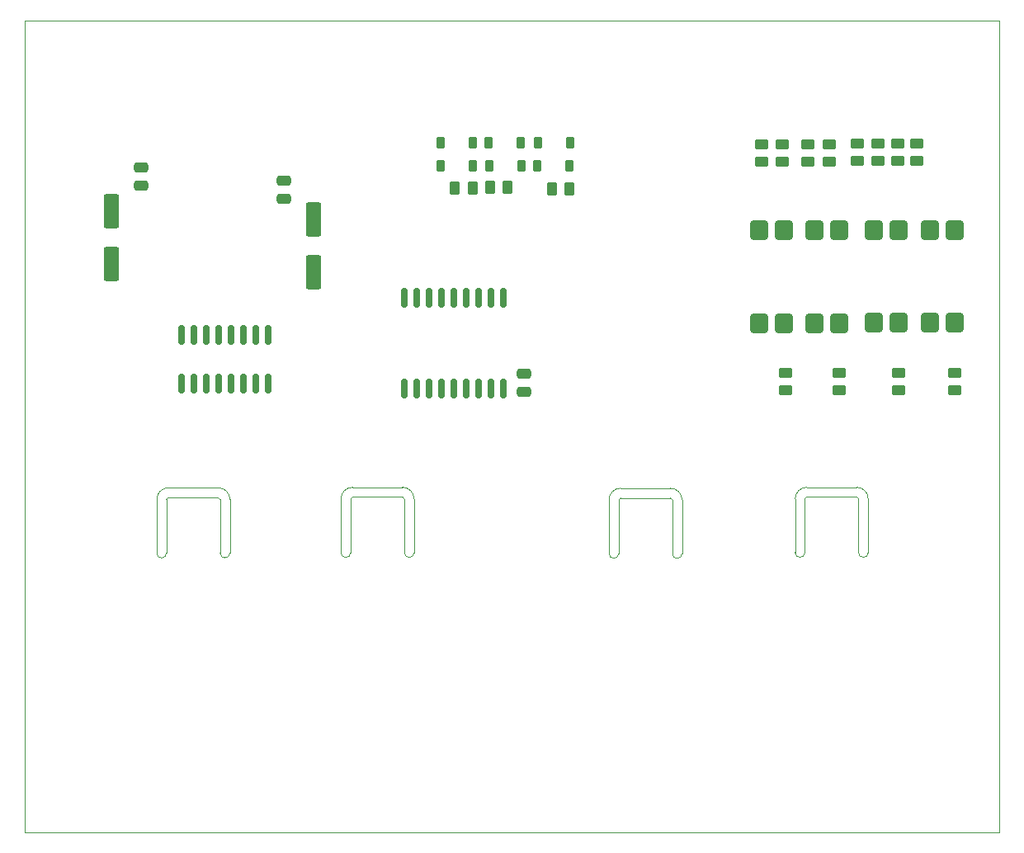
<source format=gbr>
%TF.GenerationSoftware,KiCad,Pcbnew,9.0.3*%
%TF.CreationDate,2025-10-06T20:13:02+02:00*%
%TF.ProjectId,esp32_blinds_controller,65737033-325f-4626-9c69-6e64735f636f,V0.3*%
%TF.SameCoordinates,Original*%
%TF.FileFunction,Paste,Top*%
%TF.FilePolarity,Positive*%
%FSLAX46Y46*%
G04 Gerber Fmt 4.6, Leading zero omitted, Abs format (unit mm)*
G04 Created by KiCad (PCBNEW 9.0.3) date 2025-10-06 20:13:02*
%MOMM*%
%LPD*%
G01*
G04 APERTURE LIST*
G04 Aperture macros list*
%AMRoundRect*
0 Rectangle with rounded corners*
0 $1 Rounding radius*
0 $2 $3 $4 $5 $6 $7 $8 $9 X,Y pos of 4 corners*
0 Add a 4 corners polygon primitive as box body*
4,1,4,$2,$3,$4,$5,$6,$7,$8,$9,$2,$3,0*
0 Add four circle primitives for the rounded corners*
1,1,$1+$1,$2,$3*
1,1,$1+$1,$4,$5*
1,1,$1+$1,$6,$7*
1,1,$1+$1,$8,$9*
0 Add four rect primitives between the rounded corners*
20,1,$1+$1,$2,$3,$4,$5,0*
20,1,$1+$1,$4,$5,$6,$7,0*
20,1,$1+$1,$6,$7,$8,$9,0*
20,1,$1+$1,$8,$9,$2,$3,0*%
G04 Aperture macros list end*
%ADD10RoundRect,0.249999X-0.640001X0.750001X-0.640001X-0.750001X0.640001X-0.750001X0.640001X0.750001X0*%
%ADD11RoundRect,0.250000X-0.550000X1.500000X-0.550000X-1.500000X0.550000X-1.500000X0.550000X1.500000X0*%
%ADD12RoundRect,0.250000X0.450000X-0.262500X0.450000X0.262500X-0.450000X0.262500X-0.450000X-0.262500X0*%
%ADD13RoundRect,0.250000X0.262500X0.450000X-0.262500X0.450000X-0.262500X-0.450000X0.262500X-0.450000X0*%
%ADD14RoundRect,0.225000X-0.225000X-0.375000X0.225000X-0.375000X0.225000X0.375000X-0.225000X0.375000X0*%
%ADD15RoundRect,0.150000X-0.150000X0.825000X-0.150000X-0.825000X0.150000X-0.825000X0.150000X0.825000X0*%
%ADD16RoundRect,0.250000X-0.262500X-0.450000X0.262500X-0.450000X0.262500X0.450000X-0.262500X0.450000X0*%
%ADD17RoundRect,0.225000X0.225000X0.375000X-0.225000X0.375000X-0.225000X-0.375000X0.225000X-0.375000X0*%
%ADD18RoundRect,0.150000X-0.150000X0.875000X-0.150000X-0.875000X0.150000X-0.875000X0.150000X0.875000X0*%
%ADD19RoundRect,0.250000X0.475000X-0.250000X0.475000X0.250000X-0.475000X0.250000X-0.475000X-0.250000X0*%
%TA.AperFunction,Profile*%
%ADD20C,0.050000*%
%TD*%
%TA.AperFunction,Profile*%
%ADD21C,0.120000*%
%TD*%
G04 APERTURE END LIST*
D10*
%TO.C,U7*%
X196545000Y-77185000D03*
X194005000Y-77185000D03*
X194005000Y-86715000D03*
X196545000Y-86715000D03*
%TD*%
D11*
%TO.C,C5*%
X110050000Y-75250000D03*
X110050000Y-80650000D03*
%TD*%
D12*
%TO.C,R6*%
X184750000Y-93662500D03*
X184750000Y-91837500D03*
%TD*%
D13*
%TO.C,R2*%
X150712500Y-72850000D03*
X148887500Y-72850000D03*
%TD*%
D14*
%TO.C,D9*%
X143850000Y-68200000D03*
X147150000Y-68200000D03*
%TD*%
D15*
%TO.C,U2*%
X126170000Y-88000000D03*
X124900000Y-88000000D03*
X123630000Y-88000000D03*
X122360000Y-88000000D03*
X121090000Y-88000000D03*
X119820000Y-88000000D03*
X118550000Y-88000000D03*
X117280000Y-88000000D03*
X117280000Y-92950000D03*
X118550000Y-92950000D03*
X119820000Y-92950000D03*
X121090000Y-92950000D03*
X122360000Y-92950000D03*
X123630000Y-92950000D03*
X124900000Y-92950000D03*
X126170000Y-92950000D03*
%TD*%
D12*
%TO.C,R9*%
X183700000Y-70212500D03*
X183700000Y-68387500D03*
%TD*%
%TO.C,R14*%
X181500000Y-70212500D03*
X181500000Y-68387500D03*
%TD*%
%TO.C,R8*%
X188700000Y-70112500D03*
X188700000Y-68287500D03*
%TD*%
D10*
%TO.C,U6*%
X190795000Y-77185000D03*
X188255000Y-77185000D03*
X188255000Y-86715000D03*
X190795000Y-86715000D03*
%TD*%
D16*
%TO.C,R1*%
X155237500Y-73000000D03*
X157062500Y-73000000D03*
%TD*%
D12*
%TO.C,R4*%
X179250000Y-93662500D03*
X179250000Y-91837500D03*
%TD*%
D17*
%TO.C,D5*%
X152050000Y-68200000D03*
X148750000Y-68200000D03*
%TD*%
D12*
%TO.C,R10*%
X178900000Y-70212500D03*
X178900000Y-68387500D03*
%TD*%
%TO.C,R12*%
X186600000Y-70112500D03*
X186600000Y-68287500D03*
%TD*%
D14*
%TO.C,D7*%
X153800000Y-68200000D03*
X157100000Y-68200000D03*
%TD*%
D17*
%TO.C,D8*%
X157050000Y-70650000D03*
X153750000Y-70650000D03*
%TD*%
D10*
%TO.C,U5*%
X184750000Y-77235000D03*
X182210000Y-77235000D03*
X182210000Y-86765000D03*
X184750000Y-86765000D03*
%TD*%
D17*
%TO.C,D10*%
X147150000Y-70650000D03*
X143850000Y-70650000D03*
%TD*%
D18*
%TO.C,U1*%
X150220000Y-84200000D03*
X148950000Y-84200000D03*
X147680000Y-84200000D03*
X146410000Y-84200000D03*
X145140000Y-84200000D03*
X143870000Y-84200000D03*
X142600000Y-84200000D03*
X141330000Y-84200000D03*
X140060000Y-84200000D03*
X140060000Y-93500000D03*
X141330000Y-93500000D03*
X142600000Y-93500000D03*
X143870000Y-93500000D03*
X145140000Y-93500000D03*
X146410000Y-93500000D03*
X147680000Y-93500000D03*
X148950000Y-93500000D03*
X150220000Y-93500000D03*
%TD*%
D16*
%TO.C,R3*%
X145275000Y-72900000D03*
X147100000Y-72900000D03*
%TD*%
D10*
%TO.C,U4*%
X179070000Y-77235000D03*
X176530000Y-77235000D03*
X176530000Y-86765000D03*
X179070000Y-86765000D03*
%TD*%
D12*
%TO.C,R7*%
X196550000Y-93662500D03*
X196550000Y-91837500D03*
%TD*%
D19*
%TO.C,C2*%
X113050000Y-72650000D03*
X113050000Y-70750000D03*
%TD*%
D12*
%TO.C,R11*%
X192650000Y-70112500D03*
X192650000Y-68287500D03*
%TD*%
%TO.C,R13*%
X176800000Y-70212500D03*
X176800000Y-68387500D03*
%TD*%
D14*
%TO.C,D6*%
X148850000Y-70600000D03*
X152150000Y-70600000D03*
%TD*%
D11*
%TO.C,C4*%
X130800000Y-76100000D03*
X130800000Y-81500000D03*
%TD*%
D12*
%TO.C,R5*%
X190800000Y-93662500D03*
X190800000Y-91837500D03*
%TD*%
D19*
%TO.C,C1*%
X127700000Y-74000000D03*
X127700000Y-72100000D03*
%TD*%
%TO.C,C3*%
X152400000Y-93850000D03*
X152400000Y-91950000D03*
%TD*%
D12*
%TO.C,R15*%
X190700000Y-70112500D03*
X190700000Y-68287500D03*
%TD*%
D20*
X139900000Y-103600000D02*
G75*
G02*
X141100000Y-104800000I0J-1200000D01*
G01*
X167400000Y-103700000D02*
G75*
G02*
X168600000Y-104900000I0J-1200000D01*
G01*
X168600000Y-110400000D02*
G75*
G02*
X167600000Y-110400000I-500000J0D01*
G01*
X187700000Y-110300000D02*
X187700000Y-104800000D01*
X161100000Y-110400000D02*
X161100000Y-104900000D01*
X134600000Y-110300000D02*
X134600000Y-104800000D01*
X122200000Y-110350000D02*
G75*
G02*
X121200000Y-110350000I-500000J0D01*
G01*
X122200000Y-110350000D02*
X122200000Y-104850000D01*
X134800000Y-103600000D02*
X139900000Y-103600000D01*
X162300000Y-104700000D02*
X167400000Y-104700000D01*
X141100000Y-110300000D02*
X141100000Y-104800000D01*
X181200000Y-110300000D02*
G75*
G02*
X180200000Y-110300000I-500000J0D01*
G01*
X121000000Y-103650000D02*
G75*
G02*
X122200000Y-104850000I0J-1200000D01*
G01*
X181400000Y-104600000D02*
X186500000Y-104600000D01*
X162100000Y-104900000D02*
G75*
G02*
X162300000Y-104700000I200000J0D01*
G01*
X133600000Y-104800000D02*
G75*
G02*
X134800000Y-103600000I1200000J0D01*
G01*
X121200000Y-110350000D02*
X121200000Y-104850000D01*
X187700000Y-110300000D02*
G75*
G02*
X186700000Y-110300000I-500000J0D01*
G01*
X115900000Y-104650000D02*
X121000000Y-104650000D01*
X115700000Y-110350000D02*
X115700000Y-104850000D01*
X167400000Y-104700000D02*
G75*
G02*
X167600000Y-104900000I0J-200000D01*
G01*
X141100000Y-110300000D02*
G75*
G02*
X140100000Y-110300000I-500000J0D01*
G01*
X186700000Y-110300000D02*
X186700000Y-104800000D01*
X180200000Y-104800000D02*
G75*
G02*
X181400000Y-103600000I1200000J0D01*
G01*
X134800000Y-104600000D02*
X139900000Y-104600000D01*
X181200000Y-104800000D02*
G75*
G02*
X181400000Y-104600000I200000J0D01*
G01*
X186500000Y-104600000D02*
G75*
G02*
X186700000Y-104800000I0J-200000D01*
G01*
X162100000Y-110400000D02*
G75*
G02*
X161100000Y-110400000I-500000J0D01*
G01*
X139900000Y-104600000D02*
G75*
G02*
X140100000Y-104800000I0J-200000D01*
G01*
X115700000Y-110350000D02*
G75*
G02*
X114700000Y-110350000I-500000J0D01*
G01*
X186500000Y-103600000D02*
G75*
G02*
X187700000Y-104800000I0J-1200000D01*
G01*
X180200000Y-110300000D02*
X180200000Y-104800000D01*
X162100000Y-110400000D02*
X162100000Y-104900000D01*
X134600000Y-104800000D02*
G75*
G02*
X134800000Y-104600000I200000J0D01*
G01*
X115900000Y-103650000D02*
X121000000Y-103650000D01*
X121000000Y-104650000D02*
G75*
G02*
X121200000Y-104850000I0J-200000D01*
G01*
X140100000Y-110300000D02*
X140100000Y-104800000D01*
X181200000Y-110300000D02*
X181200000Y-104800000D01*
X114700000Y-110350000D02*
X114700000Y-104850000D01*
X168600000Y-110400000D02*
X168600000Y-104900000D01*
X162300000Y-103700000D02*
X167400000Y-103700000D01*
X167600000Y-110400000D02*
X167600000Y-104900000D01*
X161100000Y-104900000D02*
G75*
G02*
X162300000Y-103700000I1200000J0D01*
G01*
X134600000Y-110300000D02*
G75*
G02*
X133600000Y-110300000I-500000J0D01*
G01*
X181400000Y-103600000D02*
X186500000Y-103600000D01*
X115700000Y-104850000D02*
G75*
G02*
X115900000Y-104650000I200000J0D01*
G01*
X114700000Y-104850000D02*
G75*
G02*
X115900000Y-103650000I1200000J0D01*
G01*
X133600000Y-110300000D02*
X133600000Y-104800000D01*
D21*
%TO.C,MOD1*%
X101175000Y-55745000D02*
X101175000Y-138995000D01*
X101175000Y-138995000D02*
X201175000Y-138995000D01*
X201175000Y-55745000D02*
X101175000Y-55745000D01*
X201175000Y-138995000D02*
X201175000Y-55745000D01*
%TD*%
M02*

</source>
